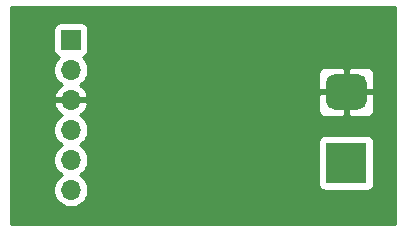
<source format=gbl>
G04 #@! TF.GenerationSoftware,KiCad,Pcbnew,5.1.12-84ad8e8a86~92~ubuntu20.04.1*
G04 #@! TF.CreationDate,2022-01-29T12:50:19-06:00*
G04 #@! TF.ProjectId,TICK_AC,5449434b-5f41-4432-9e6b-696361645f70,rev?*
G04 #@! TF.SameCoordinates,Original*
G04 #@! TF.FileFunction,Copper,L2,Bot*
G04 #@! TF.FilePolarity,Positive*
%FSLAX46Y46*%
G04 Gerber Fmt 4.6, Leading zero omitted, Abs format (unit mm)*
G04 Created by KiCad (PCBNEW 5.1.12-84ad8e8a86~92~ubuntu20.04.1) date 2022-01-29 12:50:19*
%MOMM*%
%LPD*%
G01*
G04 APERTURE LIST*
G04 #@! TA.AperFunction,ComponentPad*
%ADD10R,3.500000X3.500000*%
G04 #@! TD*
G04 #@! TA.AperFunction,ComponentPad*
%ADD11O,1.700000X1.700000*%
G04 #@! TD*
G04 #@! TA.AperFunction,ComponentPad*
%ADD12R,1.700000X1.700000*%
G04 #@! TD*
G04 #@! TA.AperFunction,ViaPad*
%ADD13C,0.800000*%
G04 #@! TD*
G04 #@! TA.AperFunction,Conductor*
%ADD14C,0.254000*%
G04 #@! TD*
G04 #@! TA.AperFunction,Conductor*
%ADD15C,0.100000*%
G04 #@! TD*
G04 APERTURE END LIST*
G04 #@! TA.AperFunction,ComponentPad*
G36*
G01*
X151273000Y-100348400D02*
X153273000Y-100348400D01*
G75*
G02*
X154023000Y-101098400I0J-750000D01*
G01*
X154023000Y-102598400D01*
G75*
G02*
X153273000Y-103348400I-750000J0D01*
G01*
X151273000Y-103348400D01*
G75*
G02*
X150523000Y-102598400I0J750000D01*
G01*
X150523000Y-101098400D01*
G75*
G02*
X151273000Y-100348400I750000J0D01*
G01*
G37*
G04 #@! TD.AperFunction*
D10*
X152273000Y-107848400D03*
D11*
X128955800Y-110134400D03*
X128955800Y-107594400D03*
X128955800Y-105054400D03*
X128955800Y-102514400D03*
X128955800Y-99974400D03*
D12*
X128955800Y-97434400D03*
D13*
X130632200Y-95275400D03*
X140182600Y-95275400D03*
X150241000Y-95275400D03*
X155600400Y-99568000D03*
X155600400Y-106832400D03*
X150241000Y-112522000D03*
X140182600Y-112522000D03*
X130632200Y-112522000D03*
X131673600Y-103784400D03*
D14*
X156388601Y-113030800D02*
X123900400Y-113030800D01*
X123900400Y-104908140D01*
X127470800Y-104908140D01*
X127470800Y-105200660D01*
X127527868Y-105487558D01*
X127639810Y-105757811D01*
X127802325Y-106001032D01*
X128009168Y-106207875D01*
X128183560Y-106324400D01*
X128009168Y-106440925D01*
X127802325Y-106647768D01*
X127639810Y-106890989D01*
X127527868Y-107161242D01*
X127470800Y-107448140D01*
X127470800Y-107740660D01*
X127527868Y-108027558D01*
X127639810Y-108297811D01*
X127802325Y-108541032D01*
X128009168Y-108747875D01*
X128183560Y-108864400D01*
X128009168Y-108980925D01*
X127802325Y-109187768D01*
X127639810Y-109430989D01*
X127527868Y-109701242D01*
X127470800Y-109988140D01*
X127470800Y-110280660D01*
X127527868Y-110567558D01*
X127639810Y-110837811D01*
X127802325Y-111081032D01*
X128009168Y-111287875D01*
X128252389Y-111450390D01*
X128522642Y-111562332D01*
X128809540Y-111619400D01*
X129102060Y-111619400D01*
X129388958Y-111562332D01*
X129659211Y-111450390D01*
X129902432Y-111287875D01*
X130109275Y-111081032D01*
X130271790Y-110837811D01*
X130383732Y-110567558D01*
X130440800Y-110280660D01*
X130440800Y-109988140D01*
X130383732Y-109701242D01*
X130271790Y-109430989D01*
X130109275Y-109187768D01*
X129902432Y-108980925D01*
X129728040Y-108864400D01*
X129902432Y-108747875D01*
X130109275Y-108541032D01*
X130271790Y-108297811D01*
X130383732Y-108027558D01*
X130440800Y-107740660D01*
X130440800Y-107448140D01*
X130383732Y-107161242D01*
X130271790Y-106890989D01*
X130109275Y-106647768D01*
X129902432Y-106440925D01*
X129728040Y-106324400D01*
X129902432Y-106207875D01*
X130011907Y-106098400D01*
X149884928Y-106098400D01*
X149884928Y-109598400D01*
X149897188Y-109722882D01*
X149933498Y-109842580D01*
X149992463Y-109952894D01*
X150071815Y-110049585D01*
X150168506Y-110128937D01*
X150278820Y-110187902D01*
X150398518Y-110224212D01*
X150523000Y-110236472D01*
X154023000Y-110236472D01*
X154147482Y-110224212D01*
X154267180Y-110187902D01*
X154377494Y-110128937D01*
X154474185Y-110049585D01*
X154553537Y-109952894D01*
X154612502Y-109842580D01*
X154648812Y-109722882D01*
X154661072Y-109598400D01*
X154661072Y-106098400D01*
X154648812Y-105973918D01*
X154612502Y-105854220D01*
X154553537Y-105743906D01*
X154474185Y-105647215D01*
X154377494Y-105567863D01*
X154267180Y-105508898D01*
X154147482Y-105472588D01*
X154023000Y-105460328D01*
X150523000Y-105460328D01*
X150398518Y-105472588D01*
X150278820Y-105508898D01*
X150168506Y-105567863D01*
X150071815Y-105647215D01*
X149992463Y-105743906D01*
X149933498Y-105854220D01*
X149897188Y-105973918D01*
X149884928Y-106098400D01*
X130011907Y-106098400D01*
X130109275Y-106001032D01*
X130271790Y-105757811D01*
X130383732Y-105487558D01*
X130440800Y-105200660D01*
X130440800Y-104908140D01*
X130383732Y-104621242D01*
X130271790Y-104350989D01*
X130109275Y-104107768D01*
X129902432Y-103900925D01*
X129720266Y-103779205D01*
X129837155Y-103709578D01*
X130053388Y-103514669D01*
X130177406Y-103348400D01*
X149884928Y-103348400D01*
X149897188Y-103472882D01*
X149933498Y-103592580D01*
X149992463Y-103702894D01*
X150071815Y-103799585D01*
X150168506Y-103878937D01*
X150278820Y-103937902D01*
X150398518Y-103974212D01*
X150523000Y-103986472D01*
X151987250Y-103983400D01*
X152146000Y-103824650D01*
X152146000Y-101975400D01*
X152400000Y-101975400D01*
X152400000Y-103824650D01*
X152558750Y-103983400D01*
X154023000Y-103986472D01*
X154147482Y-103974212D01*
X154267180Y-103937902D01*
X154377494Y-103878937D01*
X154474185Y-103799585D01*
X154553537Y-103702894D01*
X154612502Y-103592580D01*
X154648812Y-103472882D01*
X154661072Y-103348400D01*
X154658000Y-102134150D01*
X154499250Y-101975400D01*
X152400000Y-101975400D01*
X152146000Y-101975400D01*
X150046750Y-101975400D01*
X149888000Y-102134150D01*
X149884928Y-103348400D01*
X130177406Y-103348400D01*
X130227441Y-103281320D01*
X130352625Y-103018499D01*
X130397276Y-102871290D01*
X130275955Y-102641400D01*
X129082800Y-102641400D01*
X129082800Y-102661400D01*
X128828800Y-102661400D01*
X128828800Y-102641400D01*
X127635645Y-102641400D01*
X127514324Y-102871290D01*
X127558975Y-103018499D01*
X127684159Y-103281320D01*
X127858212Y-103514669D01*
X128074445Y-103709578D01*
X128191334Y-103779205D01*
X128009168Y-103900925D01*
X127802325Y-104107768D01*
X127639810Y-104350989D01*
X127527868Y-104621242D01*
X127470800Y-104908140D01*
X123900400Y-104908140D01*
X123900400Y-96584400D01*
X127467728Y-96584400D01*
X127467728Y-98284400D01*
X127479988Y-98408882D01*
X127516298Y-98528580D01*
X127575263Y-98638894D01*
X127654615Y-98735585D01*
X127751306Y-98814937D01*
X127861620Y-98873902D01*
X127934180Y-98895913D01*
X127802325Y-99027768D01*
X127639810Y-99270989D01*
X127527868Y-99541242D01*
X127470800Y-99828140D01*
X127470800Y-100120660D01*
X127527868Y-100407558D01*
X127639810Y-100677811D01*
X127802325Y-100921032D01*
X128009168Y-101127875D01*
X128191334Y-101249595D01*
X128074445Y-101319222D01*
X127858212Y-101514131D01*
X127684159Y-101747480D01*
X127558975Y-102010301D01*
X127514324Y-102157510D01*
X127635645Y-102387400D01*
X128828800Y-102387400D01*
X128828800Y-102367400D01*
X129082800Y-102367400D01*
X129082800Y-102387400D01*
X130275955Y-102387400D01*
X130397276Y-102157510D01*
X130352625Y-102010301D01*
X130227441Y-101747480D01*
X130053388Y-101514131D01*
X129837155Y-101319222D01*
X129720266Y-101249595D01*
X129902432Y-101127875D01*
X130109275Y-100921032D01*
X130271790Y-100677811D01*
X130383732Y-100407558D01*
X130395499Y-100348400D01*
X149884928Y-100348400D01*
X149888000Y-101562650D01*
X150046750Y-101721400D01*
X152146000Y-101721400D01*
X152146000Y-99872150D01*
X152400000Y-99872150D01*
X152400000Y-101721400D01*
X154499250Y-101721400D01*
X154658000Y-101562650D01*
X154661072Y-100348400D01*
X154648812Y-100223918D01*
X154612502Y-100104220D01*
X154553537Y-99993906D01*
X154474185Y-99897215D01*
X154377494Y-99817863D01*
X154267180Y-99758898D01*
X154147482Y-99722588D01*
X154023000Y-99710328D01*
X152558750Y-99713400D01*
X152400000Y-99872150D01*
X152146000Y-99872150D01*
X151987250Y-99713400D01*
X150523000Y-99710328D01*
X150398518Y-99722588D01*
X150278820Y-99758898D01*
X150168506Y-99817863D01*
X150071815Y-99897215D01*
X149992463Y-99993906D01*
X149933498Y-100104220D01*
X149897188Y-100223918D01*
X149884928Y-100348400D01*
X130395499Y-100348400D01*
X130440800Y-100120660D01*
X130440800Y-99828140D01*
X130383732Y-99541242D01*
X130271790Y-99270989D01*
X130109275Y-99027768D01*
X129977420Y-98895913D01*
X130049980Y-98873902D01*
X130160294Y-98814937D01*
X130256985Y-98735585D01*
X130336337Y-98638894D01*
X130395302Y-98528580D01*
X130431612Y-98408882D01*
X130443872Y-98284400D01*
X130443872Y-96584400D01*
X130431612Y-96459918D01*
X130395302Y-96340220D01*
X130336337Y-96229906D01*
X130256985Y-96133215D01*
X130160294Y-96053863D01*
X130049980Y-95994898D01*
X129930282Y-95958588D01*
X129805800Y-95946328D01*
X128105800Y-95946328D01*
X127981318Y-95958588D01*
X127861620Y-95994898D01*
X127751306Y-96053863D01*
X127654615Y-96133215D01*
X127575263Y-96229906D01*
X127516298Y-96340220D01*
X127479988Y-96459918D01*
X127467728Y-96584400D01*
X123900400Y-96584400D01*
X123900400Y-94639600D01*
X156388600Y-94639600D01*
X156388601Y-113030800D01*
G04 #@! TA.AperFunction,Conductor*
D15*
G36*
X156388601Y-113030800D02*
G01*
X123900400Y-113030800D01*
X123900400Y-104908140D01*
X127470800Y-104908140D01*
X127470800Y-105200660D01*
X127527868Y-105487558D01*
X127639810Y-105757811D01*
X127802325Y-106001032D01*
X128009168Y-106207875D01*
X128183560Y-106324400D01*
X128009168Y-106440925D01*
X127802325Y-106647768D01*
X127639810Y-106890989D01*
X127527868Y-107161242D01*
X127470800Y-107448140D01*
X127470800Y-107740660D01*
X127527868Y-108027558D01*
X127639810Y-108297811D01*
X127802325Y-108541032D01*
X128009168Y-108747875D01*
X128183560Y-108864400D01*
X128009168Y-108980925D01*
X127802325Y-109187768D01*
X127639810Y-109430989D01*
X127527868Y-109701242D01*
X127470800Y-109988140D01*
X127470800Y-110280660D01*
X127527868Y-110567558D01*
X127639810Y-110837811D01*
X127802325Y-111081032D01*
X128009168Y-111287875D01*
X128252389Y-111450390D01*
X128522642Y-111562332D01*
X128809540Y-111619400D01*
X129102060Y-111619400D01*
X129388958Y-111562332D01*
X129659211Y-111450390D01*
X129902432Y-111287875D01*
X130109275Y-111081032D01*
X130271790Y-110837811D01*
X130383732Y-110567558D01*
X130440800Y-110280660D01*
X130440800Y-109988140D01*
X130383732Y-109701242D01*
X130271790Y-109430989D01*
X130109275Y-109187768D01*
X129902432Y-108980925D01*
X129728040Y-108864400D01*
X129902432Y-108747875D01*
X130109275Y-108541032D01*
X130271790Y-108297811D01*
X130383732Y-108027558D01*
X130440800Y-107740660D01*
X130440800Y-107448140D01*
X130383732Y-107161242D01*
X130271790Y-106890989D01*
X130109275Y-106647768D01*
X129902432Y-106440925D01*
X129728040Y-106324400D01*
X129902432Y-106207875D01*
X130011907Y-106098400D01*
X149884928Y-106098400D01*
X149884928Y-109598400D01*
X149897188Y-109722882D01*
X149933498Y-109842580D01*
X149992463Y-109952894D01*
X150071815Y-110049585D01*
X150168506Y-110128937D01*
X150278820Y-110187902D01*
X150398518Y-110224212D01*
X150523000Y-110236472D01*
X154023000Y-110236472D01*
X154147482Y-110224212D01*
X154267180Y-110187902D01*
X154377494Y-110128937D01*
X154474185Y-110049585D01*
X154553537Y-109952894D01*
X154612502Y-109842580D01*
X154648812Y-109722882D01*
X154661072Y-109598400D01*
X154661072Y-106098400D01*
X154648812Y-105973918D01*
X154612502Y-105854220D01*
X154553537Y-105743906D01*
X154474185Y-105647215D01*
X154377494Y-105567863D01*
X154267180Y-105508898D01*
X154147482Y-105472588D01*
X154023000Y-105460328D01*
X150523000Y-105460328D01*
X150398518Y-105472588D01*
X150278820Y-105508898D01*
X150168506Y-105567863D01*
X150071815Y-105647215D01*
X149992463Y-105743906D01*
X149933498Y-105854220D01*
X149897188Y-105973918D01*
X149884928Y-106098400D01*
X130011907Y-106098400D01*
X130109275Y-106001032D01*
X130271790Y-105757811D01*
X130383732Y-105487558D01*
X130440800Y-105200660D01*
X130440800Y-104908140D01*
X130383732Y-104621242D01*
X130271790Y-104350989D01*
X130109275Y-104107768D01*
X129902432Y-103900925D01*
X129720266Y-103779205D01*
X129837155Y-103709578D01*
X130053388Y-103514669D01*
X130177406Y-103348400D01*
X149884928Y-103348400D01*
X149897188Y-103472882D01*
X149933498Y-103592580D01*
X149992463Y-103702894D01*
X150071815Y-103799585D01*
X150168506Y-103878937D01*
X150278820Y-103937902D01*
X150398518Y-103974212D01*
X150523000Y-103986472D01*
X151987250Y-103983400D01*
X152146000Y-103824650D01*
X152146000Y-101975400D01*
X152400000Y-101975400D01*
X152400000Y-103824650D01*
X152558750Y-103983400D01*
X154023000Y-103986472D01*
X154147482Y-103974212D01*
X154267180Y-103937902D01*
X154377494Y-103878937D01*
X154474185Y-103799585D01*
X154553537Y-103702894D01*
X154612502Y-103592580D01*
X154648812Y-103472882D01*
X154661072Y-103348400D01*
X154658000Y-102134150D01*
X154499250Y-101975400D01*
X152400000Y-101975400D01*
X152146000Y-101975400D01*
X150046750Y-101975400D01*
X149888000Y-102134150D01*
X149884928Y-103348400D01*
X130177406Y-103348400D01*
X130227441Y-103281320D01*
X130352625Y-103018499D01*
X130397276Y-102871290D01*
X130275955Y-102641400D01*
X129082800Y-102641400D01*
X129082800Y-102661400D01*
X128828800Y-102661400D01*
X128828800Y-102641400D01*
X127635645Y-102641400D01*
X127514324Y-102871290D01*
X127558975Y-103018499D01*
X127684159Y-103281320D01*
X127858212Y-103514669D01*
X128074445Y-103709578D01*
X128191334Y-103779205D01*
X128009168Y-103900925D01*
X127802325Y-104107768D01*
X127639810Y-104350989D01*
X127527868Y-104621242D01*
X127470800Y-104908140D01*
X123900400Y-104908140D01*
X123900400Y-96584400D01*
X127467728Y-96584400D01*
X127467728Y-98284400D01*
X127479988Y-98408882D01*
X127516298Y-98528580D01*
X127575263Y-98638894D01*
X127654615Y-98735585D01*
X127751306Y-98814937D01*
X127861620Y-98873902D01*
X127934180Y-98895913D01*
X127802325Y-99027768D01*
X127639810Y-99270989D01*
X127527868Y-99541242D01*
X127470800Y-99828140D01*
X127470800Y-100120660D01*
X127527868Y-100407558D01*
X127639810Y-100677811D01*
X127802325Y-100921032D01*
X128009168Y-101127875D01*
X128191334Y-101249595D01*
X128074445Y-101319222D01*
X127858212Y-101514131D01*
X127684159Y-101747480D01*
X127558975Y-102010301D01*
X127514324Y-102157510D01*
X127635645Y-102387400D01*
X128828800Y-102387400D01*
X128828800Y-102367400D01*
X129082800Y-102367400D01*
X129082800Y-102387400D01*
X130275955Y-102387400D01*
X130397276Y-102157510D01*
X130352625Y-102010301D01*
X130227441Y-101747480D01*
X130053388Y-101514131D01*
X129837155Y-101319222D01*
X129720266Y-101249595D01*
X129902432Y-101127875D01*
X130109275Y-100921032D01*
X130271790Y-100677811D01*
X130383732Y-100407558D01*
X130395499Y-100348400D01*
X149884928Y-100348400D01*
X149888000Y-101562650D01*
X150046750Y-101721400D01*
X152146000Y-101721400D01*
X152146000Y-99872150D01*
X152400000Y-99872150D01*
X152400000Y-101721400D01*
X154499250Y-101721400D01*
X154658000Y-101562650D01*
X154661072Y-100348400D01*
X154648812Y-100223918D01*
X154612502Y-100104220D01*
X154553537Y-99993906D01*
X154474185Y-99897215D01*
X154377494Y-99817863D01*
X154267180Y-99758898D01*
X154147482Y-99722588D01*
X154023000Y-99710328D01*
X152558750Y-99713400D01*
X152400000Y-99872150D01*
X152146000Y-99872150D01*
X151987250Y-99713400D01*
X150523000Y-99710328D01*
X150398518Y-99722588D01*
X150278820Y-99758898D01*
X150168506Y-99817863D01*
X150071815Y-99897215D01*
X149992463Y-99993906D01*
X149933498Y-100104220D01*
X149897188Y-100223918D01*
X149884928Y-100348400D01*
X130395499Y-100348400D01*
X130440800Y-100120660D01*
X130440800Y-99828140D01*
X130383732Y-99541242D01*
X130271790Y-99270989D01*
X130109275Y-99027768D01*
X129977420Y-98895913D01*
X130049980Y-98873902D01*
X130160294Y-98814937D01*
X130256985Y-98735585D01*
X130336337Y-98638894D01*
X130395302Y-98528580D01*
X130431612Y-98408882D01*
X130443872Y-98284400D01*
X130443872Y-96584400D01*
X130431612Y-96459918D01*
X130395302Y-96340220D01*
X130336337Y-96229906D01*
X130256985Y-96133215D01*
X130160294Y-96053863D01*
X130049980Y-95994898D01*
X129930282Y-95958588D01*
X129805800Y-95946328D01*
X128105800Y-95946328D01*
X127981318Y-95958588D01*
X127861620Y-95994898D01*
X127751306Y-96053863D01*
X127654615Y-96133215D01*
X127575263Y-96229906D01*
X127516298Y-96340220D01*
X127479988Y-96459918D01*
X127467728Y-96584400D01*
X123900400Y-96584400D01*
X123900400Y-94639600D01*
X156388600Y-94639600D01*
X156388601Y-113030800D01*
G37*
G04 #@! TD.AperFunction*
M02*

</source>
